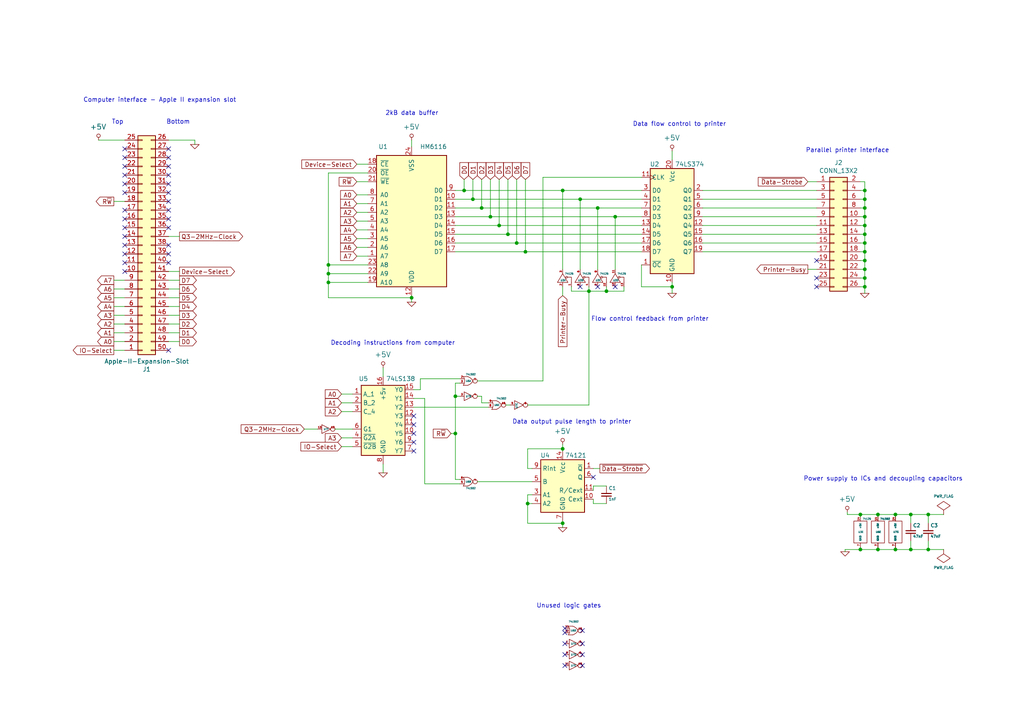
<source format=kicad_sch>
(kicad_sch (version 20211123) (generator eeschema)
  (paper "A4")
  (title_block (title "Apple II Print Buffer") (date "2023-10-18") (company "Benningtons.net"))
  (lib_symbols
    (symbol "Printer-Buffer:+5V" (power) (pin_names (offset 1.016))
      (property "Value" "+5V" (at 0 3.81 0))
      (symbol "+5V_0_0"
        (pin power_in line (at 0 0 90) (length 0) hide (name "+5V") (number "1"))
      )
    )
    (symbol "Printer-Buffer:7404"
      (property "Reference" "U" (at -0.508 0 0))
      (symbol "7404_1_1"
        (pin input line (at -2.54 0 0) (length 1.27) (name "~") (number "1"))
        (pin output inverted (at 2.54 0 180) (length 1.27) (name "~") (number "2"))
      )
      (symbol "7404_1_2"
        (pin input inverted (at -6.35 0 0) (length 7.62) (name "~") (number "1"))
        (pin output inverted (at 7.62 2.54 180) (length 2.4892) (name "~") (number "4"))
      )
      (symbol "7404_2_1"
        (pin input line (at -2.54 0 0) (length 1.27) (name "~") (number "3"))
        (pin output inverted (at 2.54 0 180) (length 1.27) (name "~") (number "4"))
      )
      (symbol "7404_2_2"
        (pin output inverted (at 5.08 0 180) (length 2.4892) (name "~") (number "2"))
        (pin input inverted (at -6.35 0 0) (length 7.62) (name "~") (number "3"))
        (pin output inverted (at 7.62 2.54 180) (length 2.4892) (name "~") (number "4"))
      )
      (symbol "7404_3_1"
        (pin input line (at -2.54 0 0) (length 1.27) (name "~") (number "5"))
        (pin output inverted (at 2.54 0 180) (length 1.27) (name "~") (number "6"))
      )
      (symbol "7404_3_2"
        (pin output inverted (at 5.08 0 180) (length 2.4892) (name "~") (number "2"))
        (pin output inverted (at 7.62 2.54 180) (length 2.4892) (name "~") (number "4"))
        (pin input inverted (at -6.35 0 0) (length 7.62) (name "~") (number "5"))
      )
      (symbol "7404_4_1"
        (pin output inverted (at 2.54 0 180) (length 1.27) (name "~") (number "8"))
        (pin input line (at -2.54 0 0) (length 1.27) (name "~") (number "9"))
      )
      (symbol "7404_4_2"
        (pin output inverted (at 5.08 0 180) (length 2.4892) (name "~") (number "2"))
        (pin output inverted (at 7.62 2.54 180) (length 2.4892) (name "~") (number "4"))
        (pin input inverted (at -6.35 0 0) (length 7.62) (name "~") (number "9"))
      )
      (symbol "7404_5_1"
        (pin output inverted (at 2.54 0 180) (length 1.27) (name "~") (number "10"))
        (pin input line (at -2.54 0 0) (length 1.27) (name "~") (number "11"))
      )
      (symbol "7404_5_2"
        (pin input inverted (at -6.35 0 0) (length 7.62) (name "~") (number "11"))
        (pin output inverted (at 5.08 0 180) (length 2.4892) (name "~") (number "2"))
        (pin output inverted (at 7.62 2.54 180) (length 2.4892) (name "~") (number "4"))
      )
      (symbol "7404_6_1"
        (pin output inverted (at 2.54 0 180) (length 1.27) (name "~") (number "12"))
        (pin input line (at -2.54 0 0) (length 1.27) (name "~") (number "13"))
      )
      (symbol "7404_6_2"
        (pin input inverted (at -6.35 0 0) (length 7.62) (name "~") (number "13"))
        (pin output inverted (at 5.08 0 180) (length 2.4892) (name "~") (number "2"))
        (pin output inverted (at 7.62 2.54 180) (length 2.4892) (name "~") (number "4"))
      )
      (symbol "7404_7_1"
        (pin power_in line (at 0 4.445 270) (length 1.27) (name "+5V") (number "14"))
        (pin power_in line (at 0 -4.445 90) (length 1.27) (name "GND") (number "7"))
      )
      (symbol "7404_7_2"
        (pin input inverted (at -6.35 0 0) (length 7.62) (name "~") (number "1"))
        (pin output inverted (at 7.62 2.54 180) (length 2.4892) (name "~") (number "4"))
      )
    )
    (symbol "Printer-Buffer:74121"
      (property "Reference" "U" (at -5.08 8.89 0))
      (property "Value" "74121" (at 5.08 8.89 0))
      (symbol "74121_1_1"
        (pin output line (at 8.89 5.08 180) (length 2.54) (name "~{Q}") (number "1"))
        (pin passive line (at 8.89 -3.81 180) (length 2.54) (name "Cext") (number "10"))
        (pin passive line (at 8.89 -1.27 180) (length 2.54) (name "R/Cext") (number "11"))
        (pin power_in line (at 0 10.16 270) (length 2.54) (name "Vcc") (number "14"))
        (pin input line (at -8.89 -2.54 0) (length 2.54) (name "A1") (number "3"))
        (pin input line (at -8.89 -5.08 0) (length 2.54) (name "A2") (number "4"))
        (pin input line (at -8.89 1.27 0) (length 2.54) (name "B") (number "5"))
        (pin output line (at 8.89 2.54 180) (length 2.54) (name "Q") (number "6"))
        (pin power_in line (at 0 -10.16 90) (length 2.54) (name "GND") (number "7"))
        (pin passive line (at -8.89 5.08 0) (length 2.54) (name "Rint") (number "9"))
      )
    )
    (symbol "Printer-Buffer:74125"
      (property "Reference" "U" (at 0 0 0))
      (property "Value" "74125" (at 0 0.635 0))
      (symbol "74125_1_0"
        (pin input line (at -2.54 0 0) (length 1.27) (name "~") (number "2"))
        (pin tri_state line (at 2.54 0 180) (length 1.27) (name "~") (number "3"))
      )
      (symbol "74125_1_1"
        (pin input line (at -2.54 2.54 0) (length 1.27) (name "~") (number "1"))
      )
      (symbol "74125_1_2"
        (pin input inverted (at -6.35 0 0) (length 7.62) (name "~") (number "1"))
      )
      (symbol "74125_2_1"
        (pin input line (at -2.54 2.54 0) (length 1.27) (name "~") (number "4"))
        (pin input line (at -2.54 0 0) (length 1.27) (name "~") (number "5"))
        (pin tri_state line (at 2.54 0 180) (length 1.27) (name "~") (number "6"))
      )
      (symbol "74125_2_2"
        (pin input inverted (at -6.35 0 0) (length 7.62) (name "~") (number "3"))
      )
      (symbol "74125_3_0"
        (pin tri_state line (at 2.54 0 180) (length 1.27) (name "~") (number "8"))
      )
      (symbol "74125_3_1"
        (pin input line (at -2.54 2.54 0) (length 1.27) (name "~") (number "10"))
        (pin input line (at -2.54 0 0) (length 1.27) (name "~") (number "9"))
      )
      (symbol "74125_3_2"
        (pin input inverted (at -6.35 0 0) (length 7.62) (name "~") (number "5"))
      )
      (symbol "74125_4_1"
        (pin tri_state line (at 2.54 0 180) (length 1.27) (name "~") (number "11"))
        (pin input line (at -2.54 0 0) (length 1.27) (name "~") (number "12"))
        (pin input line (at -2.54 2.54 0) (length 1.27) (name "~") (number "13"))
      )
      (symbol "74125_4_2"
        (pin input inverted (at -6.35 0 0) (length 7.62) (name "~") (number "9"))
      )
      (symbol "74125_5_1"
        (pin power_in line (at 0 4.445 270) (length 1.27) (name "+5V") (number "14"))
        (pin power_in line (at 0 -4.445 90) (length 1.27) (name "GND") (number "7"))
      )
      (symbol "74125_5_2"
        (pin input inverted (at -6.35 0 0) (length 7.62) (name "~") (number "11"))
      )
    )
    (symbol "Printer-Buffer:74LS02"
      (property "Reference" "U" (at 0 0 0))
      (property "Value" "74LS02" (at 0 0.635 0))
      (symbol "74LS02_1_0"
        (pin output inverted (at 2.54 0 180) (length 1.27) (name "~") (number "1"))
        (pin input line (at -2.54 -0.635 0) (length 1.27) (name "~") (number "3"))
      )
      (symbol "74LS02_1_1"
        (pin input line (at -2.54 0.635 0) (length 1.27) (name "~") (number "2"))
      )
      (symbol "74LS02_1_2"
        (pin input inverted (at -6.35 0 0) (length 7.62) (name "~") (number "1"))
      )
      (symbol "74LS02_2_1"
        (pin output inverted (at 2.54 0 180) (length 1.27) (name "~") (number "4"))
        (pin input line (at -2.54 0.635 0) (length 1.27) (name "~") (number "5"))
        (pin input line (at -2.54 -0.635 0) (length 1.27) (name "~") (number "6"))
      )
      (symbol "74LS02_2_2"
        (pin input inverted (at -6.35 0 0) (length 7.62) (name "~") (number "3"))
      )
      (symbol "74LS02_3_0"
        (pin output inverted (at 2.54 0 180) (length 1.27) (name "~") (number "10"))
      )
      (symbol "74LS02_3_1"
        (pin input line (at -2.54 0.635 0) (length 1.27) (name "~") (number "8"))
        (pin input line (at -2.54 -0.635 0) (length 1.27) (name "~") (number "9"))
      )
      (symbol "74LS02_3_2"
        (pin input inverted (at -6.35 0 0) (length 7.62) (name "~") (number "5"))
      )
      (symbol "74LS02_4_1"
        (pin input line (at -2.54 0.635 0) (length 1.27) (name "~") (number "11"))
        (pin input line (at -2.54 -0.635 0) (length 1.27) (name "~") (number "12"))
        (pin output inverted (at 2.54 0 180) (length 1.27) (name "~") (number "13"))
      )
      (symbol "74LS02_4_2"
        (pin input inverted (at -6.35 0 0) (length 7.62) (name "~") (number "9"))
      )
      (symbol "74LS02_5_1"
        (pin power_in line (at 0 4.445 270) (length 1.27) (name "+5V") (number "14"))
        (pin power_in line (at 0 -4.445 90) (length 1.27) (name "GND") (number "7"))
      )
      (symbol "74LS02_5_2"
        (pin input inverted (at -6.35 0 0) (length 7.62) (name "~") (number "11"))
      )
    )
    (symbol "Printer-Buffer:74LS138"
      (property "Reference" "U" (at -5.08 11.43 0))
      (property "Value" "74LS138" (at 5.08 11.43 0))
      (symbol "74LS138_1_1"
        (pin input line (at -8.89 7.62 0) (length 2.54) (name "A_1") (number "1"))
        (pin output line (at 8.89 -3.81 180) (length 2.54) (name "Y5") (number "10"))
        (pin output line (at 8.89 -1.27 180) (length 2.54) (name "Y4") (number "11"))
        (pin output line (at 8.89 1.27 180) (length 2.54) (name "Y3") (number "12"))
        (pin output line (at 8.89 3.81 180) (length 2.54) (name "Y2") (number "13"))
        (pin output line (at 8.89 6.35 180) (length 2.54) (name "Y1") (number "14"))
        (pin output line (at 8.89 8.89 180) (length 2.54) (name "Y0") (number "15"))
        (pin power_in line (at 0 12.7 270) (length 2.54) (name "+5v") (number "16"))
        (pin input line (at -8.89 5.08 0) (length 2.54) (name "B_2") (number "2"))
        (pin input line (at -8.89 2.54 0) (length 2.54) (name "C_4") (number "3"))
        (pin input line (at -8.89 -5.08 0) (length 2.54) (name "~{G2A}") (number "4"))
        (pin input line (at -8.89 -7.62 0) (length 2.54) (name "~{G2B}") (number "5"))
        (pin input line (at -8.89 -2.54 0) (length 2.54) (name "G1") (number "6"))
        (pin output line (at 8.89 -8.89 180) (length 2.54) (name "Y7") (number "7"))
        (pin power_in line (at 0 -12.7 90) (length 2.54) (name "GND") (number "8"))
        (pin output line (at 8.89 -6.35 180) (length 2.54) (name "Y6") (number "9"))
      )
    )
    (symbol "Printer-Buffer:74LS374"
      (property "Reference" "U" (at -5.08 16.51 0))
      (property "Value" "74LS374" (at 5.08 16.51 0))
      (symbol "74LS374_1_1"
        (pin input line (at -8.89 -12.7 0) (length 2.54) (name "~{OC}") (number "1"))
        (pin power_in line (at 0 -17.78 90) (length 2.54) (name "GND") (number "10"))
        (pin input clock (at -8.89 12.7 0) (length 2.54) (name "CLK") (number "11"))
        (pin output line (at 8.89 -1.27 180) (length 2.54) (name "Q4") (number "12"))
        (pin input line (at -8.89 -1.27 0) (length 2.54) (name "D4") (number "13"))
        (pin input line (at -8.89 -3.81 0) (length 2.54) (name "D5") (number "14"))
        (pin output line (at 8.89 -3.81 180) (length 2.54) (name "Q5") (number "15"))
        (pin output line (at 8.89 -6.35 180) (length 2.54) (name "Q6") (number "16"))
        (pin input line (at -8.89 -6.35 0) (length 2.54) (name "D6") (number "17"))
        (pin input line (at -8.89 -8.89 0) (length 2.54) (name "D7") (number "18"))
        (pin output line (at 8.89 -8.89 180) (length 2.54) (name "Q7") (number "19"))
        (pin output line (at 8.89 8.89 180) (length 2.54) (name "Q0") (number "2"))
        (pin power_in line (at 0 17.78 270) (length 2.54) (name "Vcc") (number "20"))
        (pin input line (at -8.89 8.89 0) (length 2.54) (name "D0") (number "3"))
        (pin input line (at -8.89 6.35 0) (length 2.54) (name "D1") (number "4"))
        (pin output line (at 8.89 6.35 180) (length 2.54) (name "Q1") (number "5"))
        (pin output line (at 8.89 3.81 180) (length 2.54) (name "Q2") (number "6"))
        (pin input line (at -8.89 3.81 0) (length 2.54) (name "D2") (number "7"))
        (pin input line (at -8.89 1.27 0) (length 2.54) (name "D3") (number "8"))
        (pin output line (at 8.89 1.27 180) (length 2.54) (name "Q3") (number "9"))
      )
    )
    (symbol "Printer-Buffer:C" (pin_numbers hide) (pin_names (offset 0.254))
      (property "Reference" "C" (at 1.27 1.27 0))
      (symbol "C_1_1"
        (pin passive line (at 0 2.54 270) (length 2.0066) (name "~") (number "1"))
        (pin passive line (at 0 -2.54 90) (length 2.0066) (name "~") (number "2"))
      )
    )
    (symbol "Printer-Buffer:CONN_13X2" (pin_names (offset 1.016) hide)
      (property "Reference" "J" (at 0 17.78 0))
      (property "Value" "CONN_13X2" (at -1.27 -19.05 0))
      (symbol "CONN_13X2_1_1"
        (pin passive line (at -6.35 15.24 0) (length 3.81) (name "~") (number "1"))
        (pin passive line (at 6.35 5.08 180) (length 3.81) (name "~") (number "10"))
        (pin passive line (at -6.35 2.54 0) (length 3.81) (name "~") (number "11"))
        (pin passive line (at 6.35 2.54 180) (length 3.81) (name "~") (number "12"))
        (pin passive line (at -6.35 0 0) (length 3.81) (name "~") (number "13"))
        (pin passive line (at 6.35 0 180) (length 3.81) (name "~") (number "14"))
        (pin passive line (at -6.35 -2.54 0) (length 3.81) (name "~") (number "15"))
        (pin passive line (at 6.35 -2.54 180) (length 3.81) (name "~") (number "16"))
        (pin passive line (at -6.35 -5.08 0) (length 3.81) (name "~") (number "17"))
        (pin passive line (at 6.35 -5.08 180) (length 3.81) (name "~") (number "18"))
        (pin passive line (at -6.35 -7.62 0) (length 3.81) (name "~") (number "19"))
        (pin passive line (at 6.35 15.24 180) (length 3.81) (name "~") (number "2"))
        (pin passive line (at 6.35 -7.62 180) (length 3.81) (name "~") (number "20"))
        (pin passive line (at -6.35 -10.16 0) (length 3.81) (name "~") (number "21"))
        (pin passive line (at 6.35 -10.16 180) (length 3.81) (name "~") (number "22"))
        (pin passive line (at -6.35 -12.7 0) (length 3.81) (name "~") (number "23"))
        (pin passive line (at 6.35 -12.7 180) (length 3.81) (name "~") (number "24"))
        (pin passive line (at -6.35 -15.24 0) (length 3.81) (name "~") (number "25"))
        (pin passive line (at 6.35 -15.24 180) (length 3.81) (name "~") (number "26"))
        (pin passive line (at -6.35 12.7 0) (length 3.81) (name "~") (number "3"))
        (pin passive line (at 6.35 12.7 180) (length 3.81) (name "~") (number "4"))
        (pin passive line (at -6.35 10.16 0) (length 3.81) (name "~") (number "5"))
        (pin passive line (at 6.35 10.16 180) (length 3.81) (name "~") (number "6"))
        (pin passive line (at -6.35 7.62 0) (length 3.81) (name "~") (number "7"))
        (pin passive line (at 6.35 7.62 180) (length 3.81) (name "~") (number "8"))
        (pin passive line (at -6.35 5.08 0) (length 3.81) (name "~") (number "9"))
      )
    )
    (symbol "Printer-Buffer:CONN_25X2" (pin_names (offset 1.016) hide)
      (property "Reference" "J" (at 0 33.02 0))
      (property "Value" "CONN_25X2" (at 0 -34.29 0))
      (symbol "CONN_25X2_1_1"
        (pin passive line (at -6.35 30.48 0) (length 3.81) (name "~") (number "1"))
        (pin passive line (at -6.35 7.62 0) (length 3.81) (name "~") (number "10"))
        (pin passive line (at -6.35 5.08 0) (length 3.81) (name "~") (number "11"))
        (pin passive line (at -6.35 2.54 0) (length 3.81) (name "~") (number "12"))
        (pin passive line (at -6.35 0 0) (length 3.81) (name "~") (number "13"))
        (pin passive line (at -6.35 -2.54 0) (length 3.81) (name "~") (number "14"))
        (pin passive line (at -6.35 -5.08 0) (length 3.81) (name "~") (number "15"))
        (pin passive line (at -6.35 -7.62 0) (length 3.81) (name "~") (number "16"))
        (pin passive line (at -6.35 -10.16 0) (length 3.81) (name "~") (number "17"))
        (pin passive line (at -6.35 -12.7 0) (length 3.81) (name "~") (number "18"))
        (pin passive line (at -6.35 -15.24 0) (length 3.81) (name "~") (number "19"))
        (pin passive line (at -6.35 27.94 0) (length 3.81) (name "~") (number "2"))
        (pin passive line (at -6.35 -17.78 0) (length 3.81) (name "~") (number "20"))
        (pin passive line (at -6.35 -20.32 0) (length 3.81) (name "~") (number "21"))
        (pin passive line (at -6.35 -22.86 0) (length 3.81) (name "~") (number "22"))
        (pin passive line (at -6.35 -25.4 0) (length 3.81) (name "~") (number "23"))
        (pin passive line (at -6.35 -27.94 0) (length 3.81) (name "~") (number "24"))
        (pin passive line (at -6.35 -30.48 0) (length 3.81) (name "~") (number "25"))
        (pin passive line (at 6.35 -30.48 180) (length 3.81) (name "~") (number "26"))
        (pin passive line (at 6.35 -27.94 180) (length 3.81) (name "~") (number "27"))
        (pin passive line (at 6.35 -25.4 180) (length 3.81) (name "~") (number "28"))
        (pin passive line (at 6.35 -22.86 180) (length 3.81) (name "~") (number "29"))
        (pin passive line (at -6.35 25.4 0) (length 3.81) (name "~") (number "3"))
        (pin passive line (at 6.35 -20.32 180) (length 3.81) (name "~") (number "30"))
        (pin passive line (at 6.35 -17.78 180) (length 3.81) (name "~") (number "31"))
        (pin passive line (at 6.35 -15.24 180) (length 3.81) (name "~") (number "32"))
        (pin passive line (at 6.35 -12.7 180) (length 3.81) (name "~") (number "33"))
        (pin passive line (at 6.35 -10.16 180) (length 3.81) (name "~") (number "34"))
        (pin passive line (at 6.35 -7.62 180) (length 3.81) (name "~") (number "35"))
        (pin passive line (at 6.35 -5.08 180) (length 3.81) (name "~") (number "36"))
        (pin passive line (at 6.35 -2.54 180) (length 3.81) (name "~") (number "37"))
        (pin passive line (at 6.35 0 180) (length 3.81) (name "~") (number "38"))
        (pin passive line (at 6.35 2.54 180) (length 3.81) (name "~") (number "39"))
        (pin passive line (at -6.35 22.86 0) (length 3.81) (name "~") (number "4"))
        (pin passive line (at 6.35 5.08 180) (length 3.81) (name "~") (number "40"))
        (pin passive line (at 6.35 7.62 180) (length 3.81) (name "~") (number "41"))
        (pin passive line (at 6.35 10.16 180) (length 3.81) (name "~") (number "42"))
        (pin passive line (at 6.35 12.7 180) (length 3.81) (name "~") (number "43"))
        (pin passive line (at 6.35 15.24 180) (length 3.81) (name "~") (number "44"))
        (pin passive line (at 6.35 17.78 180) (length 3.81) (name "~") (number "45"))
        (pin passive line (at 6.35 20.32 180) (length 3.81) (name "~") (number "46"))
        (pin passive line (at 6.35 22.86 180) (length 3.81) (name "~") (number "47"))
        (pin passive line (at 6.35 25.4 180) (length 3.81) (name "~") (number "48"))
        (pin passive line (at 6.35 27.94 180) (length 3.81) (name "~") (number "49"))
        (pin passive line (at -6.35 20.32 0) (length 3.81) (name "~") (number "5"))
        (pin passive line (at 6.35 30.48 180) (length 3.81) (name "~") (number "50"))
        (pin passive line (at -6.35 17.78 0) (length 3.81) (name "~") (number "6"))
        (pin passive line (at -6.35 15.24 0) (length 3.81) (name "~") (number "7"))
        (pin passive line (at -6.35 12.7 0) (length 3.81) (name "~") (number "8"))
        (pin passive line (at -6.35 10.16 0) (length 3.81) (name "~") (number "9"))
      )
    )
    (symbol "Printer-Buffer:GND" (power) (pin_names (offset 0))
      (symbol "GND_1_1"
        (pin power_in line (at 0 0 90) (length 0) hide (name "GND") (number "1"))
      )
    )
    (symbol "Printer-Buffer:HM6116" (pin_names (offset 1.016))
      (property "Reference" "U" (at -8.89 21.59 0))
      (property "Value" "HM6116" (at 8.382 21.844 0))
      (symbol "HM6116_1_1"
        (pin input line (at -12.7 -10.16 0) (length 2.54) (name "A7") (number "1"))
        (pin tri_state line (at 12.7 6.35 180) (length 2.54) (name "D1") (number "10"))
        (pin tri_state line (at 12.7 3.81 180) (length 2.54) (name "D2") (number "11"))
        (pin power_in line (at 0 -21.59 90) (length 2.54) (name "VDD") (number "12"))
        (pin tri_state line (at 12.7 1.27 180) (length 2.54) (name "D3") (number "13"))
        (pin tri_state line (at 12.7 -1.27 180) (length 2.54) (name "D4") (number "14"))
        (pin tri_state line (at 12.7 -3.81 180) (length 2.54) (name "D5") (number "15"))
        (pin tri_state line (at 12.7 -6.35 180) (length 2.54) (name "D6") (number "16"))
        (pin tri_state line (at 12.7 -8.89 180) (length 2.54) (name "D7") (number "17"))
        (pin input line (at -12.7 16.51 0) (length 2.54) (name "~{CE}") (number "18"))
        (pin input line (at -12.7 -17.78 0) (length 2.54) (name "A10") (number "19"))
        (pin input line (at -12.7 -7.62 0) (length 2.54) (name "A6") (number "2"))
        (pin input line (at -12.7 13.97 0) (length 2.54) (name "~{OE}") (number "20"))
        (pin input line (at -12.7 11.43 0) (length 2.54) (name "~{WE}") (number "21"))
        (pin input line (at -12.7 -15.24 0) (length 2.54) (name "A9") (number "22"))
        (pin input line (at -12.7 -12.7 0) (length 2.54) (name "A8") (number "23"))
        (pin power_in line (at 0 21.59 270) (length 2.54) (name "VSS") (number "24"))
        (pin input line (at -12.7 -5.08 0) (length 2.54) (name "A5") (number "3"))
        (pin input line (at -12.7 -2.54 0) (length 2.54) (name "A4") (number "4"))
        (pin input line (at -12.7 0 0) (length 2.54) (name "A3") (number "5"))
        (pin input line (at -12.7 2.54 0) (length 2.54) (name "A2") (number "6"))
        (pin input line (at -12.7 5.08 0) (length 2.54) (name "A1") (number "7"))
        (pin input line (at -12.7 7.62 0) (length 2.54) (name "A0") (number "8"))
        (pin tri_state line (at 12.7 8.89 180) (length 2.54) (name "D0") (number "9"))
      )
    )
    (symbol "Printer-Buffer:PWR_FLAG" (power) (pin_numbers hide) (pin_names (offset 0) hide)
      (property "Value" "PWR_FLAG" (at 0 4.572 0))
      (symbol "PWR_FLAG_0_0"
        (pin power_out line (at 0 0 90) (length 0) (name "pwr") (number "1"))
      )
    )
  )
  (junction (at 95.25 81.915))
  (junction (at 132.08 114.935))
  (junction (at 95.25 76.835))
  (junction (at 178.435 62.865))
  (junction (at 144.78 65.405))
  (junction (at 250.825 83.185))
  (junction (at 250.825 62.865))
  (junction (at 250.825 70.485))
  (junction (at 137.16 57.785))
  (junction (at 250.825 67.945))
  (junction (at 250.825 60.325))
  (junction (at 149.86 70.485))
  (junction (at 119.38 86.36))
  (junction (at 170.815 84.455))
  (junction (at 142.24 62.865))
  (junction (at 250.825 65.405))
  (junction (at 269.24 159.385))
  (junction (at 134.62 55.245))
  (junction (at 153.035 146.05))
  (junction (at 250.825 55.245))
  (junction (at 264.16 159.385))
  (junction (at 254.635 149.225))
  (junction (at 163.195 151.765))
  (junction (at 249.555 159.385))
  (junction (at 250.825 80.645))
  (junction (at 269.24 149.225))
  (junction (at 264.16 149.225))
  (junction (at 175.895 84.455))
  (junction (at 139.7 60.325))
  (junction (at 249.555 149.225))
  (junction (at 132.08 125.73))
  (junction (at 163.195 55.245))
  (junction (at 250.825 75.565))
  (junction (at 250.825 78.105))
  (junction (at 254.635 159.385))
  (junction (at 250.825 57.785))
  (junction (at 259.715 149.225))
  (junction (at 147.32 67.945))
  (junction (at 152.4 73.025))
  (junction (at 250.825 73.025))
  (junction (at 259.715 159.385))
  (junction (at 95.25 79.375))
  (junction (at 194.945 83.185))
  (junction (at 173.355 60.325))
  (junction (at 163.195 130.175))
  (junction (at 168.275 57.785))
  (no_connect (at 48.895 58.42))
  (no_connect (at 48.895 43.18))
  (no_connect (at 236.855 80.645))
  (no_connect (at 120.015 120.65))
  (no_connect (at 36.195 68.58))
  (no_connect (at 48.895 101.6))
  (no_connect (at 36.195 50.8))
  (no_connect (at 120.015 123.19))
  (no_connect (at 36.195 73.66))
  (no_connect (at 36.195 55.88))
  (no_connect (at 48.895 63.5))
  (no_connect (at 36.195 43.18))
  (no_connect (at 168.91 186.69))
  (no_connect (at 168.91 182.88))
  (no_connect (at 48.895 76.2))
  (no_connect (at 36.195 53.34))
  (no_connect (at 168.91 193.04))
  (no_connect (at 36.195 60.96))
  (no_connect (at 172.085 138.43))
  (no_connect (at 120.015 128.27))
  (no_connect (at 163.83 189.865))
  (no_connect (at 163.83 186.69))
  (no_connect (at 48.895 60.96))
  (no_connect (at 120.015 125.73))
  (no_connect (at 36.195 63.5))
  (no_connect (at 168.91 189.865))
  (no_connect (at 36.195 71.12))
  (no_connect (at 48.895 45.72))
  (no_connect (at 236.855 75.565))
  (no_connect (at 120.015 130.81))
  (no_connect (at 36.195 78.74))
  (no_connect (at 36.195 45.72))
  (no_connect (at 48.895 55.88))
  (no_connect (at 48.895 71.12))
  (no_connect (at 173.355 83.185))
  (no_connect (at 48.895 73.66))
  (no_connect (at 236.855 83.185))
  (no_connect (at 36.195 48.26))
  (no_connect (at 178.435 83.185))
  (no_connect (at 48.895 50.8))
  (no_connect (at 163.83 193.04))
  (no_connect (at 48.895 66.04))
  (no_connect (at 163.83 182.245))
  (no_connect (at 48.895 48.26))
  (no_connect (at 163.83 183.515))
  (no_connect (at 36.195 76.2))
  (no_connect (at 168.275 83.185))
  (no_connect (at 36.195 66.04))
  (no_connect (at 48.895 53.34))
  (wire (pts (xy 249.555 149.225) (xy 254.635 149.225)))
  (wire (pts (xy 194.945 43.815) (xy 194.945 46.355)))
  (wire (pts (xy 249.555 60.325) (xy 250.825 60.325)))
  (wire (pts (xy 111.125 134.62) (xy 111.125 137.16)))
  (wire (pts (xy 149.86 70.485) (xy 186.055 70.485)))
  (wire (pts (xy 170.815 84.455) (xy 170.815 117.475)))
  (wire (pts (xy 175.895 83.185) (xy 175.895 84.455)))
  (wire (pts (xy 163.195 151.765) (xy 163.195 151.13)))
  (wire (pts (xy 153.035 151.765) (xy 163.195 151.765)))
  (wire (pts (xy 203.835 70.485) (xy 236.855 70.485)))
  (wire (pts (xy 132.08 139.065) (xy 133.35 139.065)))
  (wire (pts (xy 194.945 83.185) (xy 194.945 85.09)))
  (wire (pts (xy 132.08 114.935) (xy 132.08 125.73)))
  (wire (pts (xy 106.68 81.915) (xy 95.25 81.915)))
  (wire (pts (xy 249.555 52.705) (xy 250.825 52.705)))
  (wire (pts (xy 165.735 83.185) (xy 165.735 84.455)))
  (wire (pts (xy 139.7 114.935) (xy 138.43 114.935)))
  (wire (pts (xy 111.125 109.22) (xy 111.125 106.68)))
  (wire (pts (xy 132.08 57.785) (xy 137.16 57.785)))
  (wire (pts (xy 203.835 57.785) (xy 236.855 57.785)))
  (wire (pts (xy 33.02 91.44) (xy 36.195 91.44)))
  (wire (pts (xy 33.02 81.28) (xy 36.195 81.28)))
  (wire (pts (xy 269.24 156.845) (xy 269.24 159.385)))
  (wire (pts (xy 173.355 60.325) (xy 173.355 78.105)))
  (wire (pts (xy 103.505 52.705) (xy 106.68 52.705)))
  (wire (pts (xy 134.62 55.245) (xy 163.195 55.245)))
  (wire (pts (xy 132.08 67.945) (xy 147.32 67.945)))
  (wire (pts (xy 33.02 83.82) (xy 36.195 83.82)))
  (wire (pts (xy 139.7 52.07) (xy 139.7 60.325)))
  (wire (pts (xy 106.68 79.375) (xy 95.25 79.375)))
  (wire (pts (xy 175.895 84.455) (xy 180.975 84.455)))
  (wire (pts (xy 153.035 135.89) (xy 153.035 130.175)))
  (wire (pts (xy 33.02 96.52) (xy 36.195 96.52)))
  (wire (pts (xy 250.825 83.185) (xy 250.825 85.09)))
  (wire (pts (xy 141.605 118.11) (xy 120.015 118.11)))
  (wire (pts (xy 172.085 146.05) (xy 175.895 146.05)))
  (wire (pts (xy 259.715 158.75) (xy 259.715 159.385)))
  (wire (pts (xy 154.305 146.05) (xy 153.035 146.05)))
  (wire (pts (xy 123.19 140.335) (xy 133.35 140.335)))
  (wire (pts (xy 48.895 86.36) (xy 52.07 86.36)))
  (wire (pts (xy 249.555 83.185) (xy 250.825 83.185)))
  (wire (pts (xy 99.06 119.38) (xy 102.235 119.38)))
  (wire (pts (xy 48.895 93.98) (xy 52.07 93.98)))
  (wire (pts (xy 259.715 149.225) (xy 264.16 149.225)))
  (wire (pts (xy 48.895 83.82) (xy 52.07 83.82)))
  (wire (pts (xy 168.275 57.785) (xy 168.275 78.105)))
  (wire (pts (xy 250.825 67.945) (xy 250.825 70.485)))
  (wire (pts (xy 48.895 99.06) (xy 52.07 99.06)))
  (wire (pts (xy 144.78 65.405) (xy 186.055 65.405)))
  (wire (pts (xy 152.4 52.07) (xy 152.4 73.025)))
  (wire (pts (xy 259.715 159.385) (xy 264.16 159.385)))
  (wire (pts (xy 264.16 159.385) (xy 269.24 159.385)))
  (wire (pts (xy 139.7 60.325) (xy 173.355 60.325)))
  (wire (pts (xy 144.78 52.07) (xy 144.78 65.405)))
  (wire (pts (xy 33.02 99.06) (xy 36.195 99.06)))
  (wire (pts (xy 249.555 75.565) (xy 250.825 75.565)))
  (wire (pts (xy 154.305 143.51) (xy 153.035 143.51)))
  (wire (pts (xy 245.745 149.225) (xy 249.555 149.225)))
  (wire (pts (xy 203.835 65.405) (xy 236.855 65.405)))
  (wire (pts (xy 121.92 109.855) (xy 121.92 113.03)))
  (wire (pts (xy 139.7 116.84) (xy 141.605 116.84)))
  (wire (pts (xy 95.25 86.36) (xy 95.25 81.915)))
  (wire (pts (xy 103.505 61.595) (xy 106.68 61.595)))
  (wire (pts (xy 249.555 65.405) (xy 250.825 65.405)))
  (wire (pts (xy 139.7 114.935) (xy 139.7 116.84)))
  (wire (pts (xy 103.505 47.625) (xy 106.68 47.625)))
  (wire (pts (xy 119.38 86.36) (xy 119.38 87.63)))
  (wire (pts (xy 264.16 151.765) (xy 264.16 149.225)))
  (wire (pts (xy 132.08 70.485) (xy 149.86 70.485)))
  (wire (pts (xy 153.035 130.175) (xy 163.195 130.175)))
  (wire (pts (xy 249.555 57.785) (xy 250.825 57.785)))
  (wire (pts (xy 132.08 55.245) (xy 134.62 55.245)))
  (wire (pts (xy 254.635 158.75) (xy 254.635 159.385)))
  (wire (pts (xy 132.08 125.73) (xy 132.08 139.065)))
  (wire (pts (xy 157.48 110.49) (xy 157.48 51.435)))
  (wire (pts (xy 178.435 62.865) (xy 178.435 78.105)))
  (wire (pts (xy 250.825 60.325) (xy 250.825 62.865)))
  (wire (pts (xy 137.16 57.785) (xy 168.275 57.785)))
  (wire (pts (xy 249.555 55.245) (xy 250.825 55.245)))
  (wire (pts (xy 99.06 116.84) (xy 102.235 116.84)))
  (wire (pts (xy 245.745 148.59) (xy 245.745 149.225)))
  (wire (pts (xy 97.155 124.46) (xy 102.235 124.46)))
  (wire (pts (xy 163.195 153.035) (xy 163.195 151.765)))
  (wire (pts (xy 249.555 159.385) (xy 254.635 159.385)))
  (wire (pts (xy 142.24 52.07) (xy 142.24 62.865)))
  (wire (pts (xy 152.4 73.025) (xy 186.055 73.025)))
  (wire (pts (xy 119.38 85.725) (xy 119.38 86.36)))
  (wire (pts (xy 203.835 55.245) (xy 236.855 55.245)))
  (wire (pts (xy 254.635 159.385) (xy 259.715 159.385)))
  (wire (pts (xy 95.25 50.165) (xy 95.25 76.835)))
  (wire (pts (xy 103.505 71.755) (xy 106.68 71.755)))
  (wire (pts (xy 132.08 114.935) (xy 133.35 114.935)))
  (wire (pts (xy 249.555 70.485) (xy 250.825 70.485)))
  (wire (pts (xy 142.24 62.865) (xy 178.435 62.865)))
  (wire (pts (xy 163.195 55.245) (xy 186.055 55.245)))
  (wire (pts (xy 95.25 86.36) (xy 119.38 86.36)))
  (wire (pts (xy 163.195 130.175) (xy 163.195 130.81)))
  (wire (pts (xy 147.32 52.07) (xy 147.32 67.945)))
  (wire (pts (xy 132.08 60.325) (xy 139.7 60.325)))
  (wire (pts (xy 33.02 93.98) (xy 36.195 93.98)))
  (wire (pts (xy 245.11 160.02) (xy 245.11 159.385)))
  (wire (pts (xy 264.16 156.845) (xy 264.16 159.385)))
  (wire (pts (xy 103.505 69.215) (xy 106.68 69.215)))
  (wire (pts (xy 157.48 51.435) (xy 186.055 51.435)))
  (wire (pts (xy 95.25 50.165) (xy 106.68 50.165)))
  (wire (pts (xy 33.02 86.36) (xy 36.195 86.36)))
  (wire (pts (xy 138.43 110.49) (xy 157.48 110.49)))
  (wire (pts (xy 254.635 149.86) (xy 254.635 149.225)))
  (wire (pts (xy 172.085 140.97) (xy 175.895 140.97)))
  (wire (pts (xy 250.825 55.245) (xy 250.825 57.785)))
  (wire (pts (xy 254.635 149.225) (xy 259.715 149.225)))
  (wire (pts (xy 99.06 129.54) (xy 102.235 129.54)))
  (wire (pts (xy 146.685 117.475) (xy 147.955 117.475)))
  (wire (pts (xy 103.505 74.295) (xy 106.68 74.295)))
  (wire (pts (xy 95.25 81.915) (xy 95.25 79.375)))
  (wire (pts (xy 245.11 159.385) (xy 249.555 159.385)))
  (wire (pts (xy 250.825 80.645) (xy 250.825 83.185)))
  (wire (pts (xy 103.505 64.135) (xy 106.68 64.135)))
  (wire (pts (xy 130.81 125.73) (xy 132.08 125.73)))
  (wire (pts (xy 48.895 96.52) (xy 52.07 96.52)))
  (wire (pts (xy 48.895 81.28) (xy 52.07 81.28)))
  (wire (pts (xy 186.055 76.835) (xy 186.055 83.185)))
  (wire (pts (xy 173.355 60.325) (xy 186.055 60.325)))
  (wire (pts (xy 163.195 83.185) (xy 163.195 85.725)))
  (wire (pts (xy 48.895 78.74) (xy 52.07 78.74)))
  (wire (pts (xy 203.835 60.325) (xy 236.855 60.325)))
  (wire (pts (xy 48.895 88.9) (xy 52.07 88.9)))
  (wire (pts (xy 250.825 73.025) (xy 250.825 75.565)))
  (wire (pts (xy 48.895 91.44) (xy 52.07 91.44)))
  (wire (pts (xy 186.055 83.185) (xy 194.945 83.185)))
  (wire (pts (xy 264.16 149.225) (xy 269.24 149.225)))
  (wire (pts (xy 132.08 111.125) (xy 132.08 114.935)))
  (wire (pts (xy 180.975 84.455) (xy 180.975 83.185)))
  (wire (pts (xy 170.815 84.455) (xy 175.895 84.455)))
  (wire (pts (xy 132.08 62.865) (xy 142.24 62.865)))
  (wire (pts (xy 95.25 76.835) (xy 95.25 79.375)))
  (wire (pts (xy 249.555 67.945) (xy 250.825 67.945)))
  (wire (pts (xy 137.16 52.07) (xy 137.16 57.785)))
  (wire (pts (xy 172.085 142.24) (xy 172.085 140.97)))
  (wire (pts (xy 95.25 76.835) (xy 106.68 76.835)))
  (wire (pts (xy 99.06 114.3) (xy 102.235 114.3)))
  (wire (pts (xy 102.235 127) (xy 99.06 127)))
  (wire (pts (xy 165.735 84.455) (xy 170.815 84.455)))
  (wire (pts (xy 33.02 101.6) (xy 36.195 101.6)))
  (wire (pts (xy 48.895 40.64) (xy 56.515 40.64)))
  (wire (pts (xy 33.02 58.42) (xy 36.195 58.42)))
  (wire (pts (xy 138.43 139.7) (xy 154.305 139.7)))
  (wire (pts (xy 153.035 143.51) (xy 153.035 146.05)))
  (wire (pts (xy 269.24 149.225) (xy 273.685 149.225)))
  (wire (pts (xy 250.825 57.785) (xy 250.825 60.325)))
  (wire (pts (xy 103.505 56.515) (xy 106.68 56.515)))
  (wire (pts (xy 133.35 111.125) (xy 132.08 111.125)))
  (wire (pts (xy 153.035 117.475) (xy 170.815 117.475)))
  (wire (pts (xy 170.815 83.185) (xy 170.815 84.455)))
  (wire (pts (xy 120.015 115.57) (xy 123.19 115.57)))
  (wire (pts (xy 133.35 109.855) (xy 121.92 109.855)))
  (wire (pts (xy 250.825 52.705) (xy 250.825 55.245)))
  (wire (pts (xy 149.86 52.07) (xy 149.86 70.485)))
  (wire (pts (xy 147.32 67.945) (xy 186.055 67.945)))
  (wire (pts (xy 48.895 68.58) (xy 52.07 68.58)))
  (wire (pts (xy 249.555 73.025) (xy 250.825 73.025)))
  (wire (pts (xy 36.195 40.64) (xy 28.575 40.64)))
  (wire (pts (xy 121.92 113.03) (xy 120.015 113.03)))
  (wire (pts (xy 132.08 65.405) (xy 144.78 65.405)))
  (wire (pts (xy 119.38 40.64) (xy 119.38 42.545)))
  (wire (pts (xy 172.085 135.89) (xy 173.99 135.89)))
  (wire (pts (xy 178.435 62.865) (xy 186.055 62.865)))
  (wire (pts (xy 259.715 149.86) (xy 259.715 149.225)))
  (wire (pts (xy 250.825 62.865) (xy 250.825 65.405)))
  (wire (pts (xy 103.505 66.675) (xy 106.68 66.675)))
  (wire (pts (xy 249.555 80.645) (xy 250.825 80.645)))
  (wire (pts (xy 194.945 81.915) (xy 194.945 83.185)))
  (wire (pts (xy 168.275 57.785) (xy 186.055 57.785)))
  (wire (pts (xy 123.19 115.57) (xy 123.19 140.335)))
  (wire (pts (xy 234.315 52.705) (xy 236.855 52.705)))
  (wire (pts (xy 56.515 40.64) (xy 56.515 41.91)))
  (wire (pts (xy 249.555 62.865) (xy 250.825 62.865)))
  (wire (pts (xy 163.195 128.905) (xy 163.195 130.175)))
  (wire (pts (xy 203.835 73.025) (xy 236.855 73.025)))
  (wire (pts (xy 132.08 73.025) (xy 152.4 73.025)))
  (wire (pts (xy 250.825 65.405) (xy 250.825 67.945)))
  (wire (pts (xy 203.835 67.945) (xy 236.855 67.945)))
  (wire (pts (xy 33.02 88.9) (xy 36.195 88.9)))
  (wire (pts (xy 88.265 124.46) (xy 92.075 124.46)))
  (wire (pts (xy 103.505 59.055) (xy 106.68 59.055)))
  (wire (pts (xy 154.305 135.89) (xy 153.035 135.89)))
  (wire (pts (xy 163.195 55.245) (xy 163.195 78.105)))
  (wire (pts (xy 134.62 52.07) (xy 134.62 55.245)))
  (wire (pts (xy 172.085 144.78) (xy 172.085 146.05)))
  (wire (pts (xy 236.855 78.105) (xy 234.315 78.105)))
  (wire (pts (xy 269.24 159.385) (xy 273.685 159.385)))
  (wire (pts (xy 153.035 146.05) (xy 153.035 151.765)))
  (wire (pts (xy 249.555 78.105) (xy 250.825 78.105)))
  (wire (pts (xy 250.825 78.105) (xy 250.825 80.645)))
  (wire (pts (xy 250.825 75.565) (xy 250.825 78.105)))
  (wire (pts (xy 250.825 70.485) (xy 250.825 73.025)))
  (wire (pts (xy 249.555 159.385) (xy 249.555 158.75)))
  (wire (pts (xy 269.24 151.765) (xy 269.24 149.225)))
  (wire (pts (xy 203.835 62.865) (xy 236.855 62.865)))
  (wire (pts (xy 249.555 149.225) (xy 249.555 149.86)))
  (text "Flow control feedback from printer" (at 171.45 93.345 0) (effects (font (size 1.27 1.27)) (justify left bottom)))
  (text "Decoding instructions from computer" (at 95.885 100.33 0) (effects (font (size 1.27 1.27)) (justify left bottom)))
  (text "2kB data buffer" (at 111.76 33.655 0) (effects (font (size 1.27 1.27)) (justify left bottom)))
  (text "Top             Bottom" (at 32.385 36.195 0) (effects (font (size 1.27 1.27)) (justify left bottom)))
  (text "Power supply to ICs and decoupling capacitors" (at 233.045 139.7 0) (effects (font (size 1.27 1.27)) (justify left bottom)))
  (text "Computer interface - Apple II expansion slot" (at 24.13 29.845 0) (effects (font (size 1.27 1.27)) (justify left bottom)))
  (text "Unused logic gates" (at 155.575 176.53 0) (effects (font (size 1.27 1.27)) (justify left bottom)))
  (text "Data output pulse length to printer" (at 148.59 123.19 0) (effects (font (size 1.27 1.27)) (justify left bottom)))
  (text "Parallel printer interface" (at 233.68 44.45 0) (effects (font (size 1.27 1.27)) (justify left bottom)))
  (text "Data flow control to printer" (at 183.515 36.83 0) (effects (font (size 1.27 1.27)) (justify left bottom)))
  (global_label "A6" (shape output) (at 33.02 83.82 180) (property "Intersheet References" "${INTERSHEET_REFS}" (effects hide)))
  (global_label "A2" (shape input) (at 103.505 61.595 180) (property "Intersheet References" "${INTERSHEET_REFS}" (effects hide)))
  (global_label "A7" (shape input) (at 103.505 74.295 180) (property "Intersheet References" "${INTERSHEET_REFS}" (effects hide)))
  (global_label "A1" (shape output) (at 33.02 96.52 180) (property "Intersheet References" "${INTERSHEET_REFS}" (effects hide)))
  (global_label "Q3-2MHz-Clock" (shape input) (at 88.265 124.46 180) (property "Intersheet References" "${INTERSHEET_REFS}" (effects hide)))
  (global_label "A2" (shape input) (at 99.06 119.38 180) (property "Intersheet References" "${INTERSHEET_REFS}" (effects hide)))
  (global_label "R~{W}" (shape input) (at 103.505 52.705 180) (property "Intersheet References" "${INTERSHEET_REFS}" (effects hide)))
  (global_label "R~{W}" (shape input) (at 130.81 125.73 180) (property "Intersheet References" "${INTERSHEET_REFS}" (effects hide)))
  (global_label "D1" (shape output) (at 52.07 96.52 0) (property "Intersheet References" "${INTERSHEET_REFS}" (effects hide)))
  (global_label "A5" (shape input) (at 103.505 69.215 180) (property "Intersheet References" "${INTERSHEET_REFS}" (effects hide)))
  (global_label "Device-Select" (shape output) (at 52.07 78.74 0) (property "Intersheet References" "${INTERSHEET_REFS}" (effects hide)))
  (global_label "A6" (shape input) (at 103.505 71.755 180) (property "Intersheet References" "${INTERSHEET_REFS}" (effects hide)))
  (global_label "A1" (shape input) (at 99.06 116.84 180) (property "Intersheet References" "${INTERSHEET_REFS}" (effects hide)))
  (global_label "D6" (shape output) (at 52.07 83.82 0) (property "Intersheet References" "${INTERSHEET_REFS}" (effects hide)))
  (global_label "A0" (shape input) (at 103.505 56.515 180) (property "Intersheet References" "${INTERSHEET_REFS}" (effects hide)))
  (global_label "D3" (shape input) (at 142.24 52.07 90) (property "Intersheet References" "${INTERSHEET_REFS}" (effects hide)))
  (global_label "A0" (shape output) (at 33.02 99.06 180) (property "Intersheet References" "${INTERSHEET_REFS}" (effects hide)))
  (global_label "~{Data-Strobe}" (shape input) (at 234.315 52.705 180) (property "Intersheet References" "${INTERSHEET_REFS}" (effects hide)))
  (global_label "A5" (shape output) (at 33.02 86.36 180) (property "Intersheet References" "${INTERSHEET_REFS}" (effects hide)))
  (global_label "D2" (shape input) (at 139.7 52.07 90) (property "Intersheet References" "${INTERSHEET_REFS}" (effects hide)))
  (global_label "IO-Select" (shape input) (at 99.06 129.54 180) (property "Intersheet References" "${INTERSHEET_REFS}" (effects hide)))
  (global_label "D4" (shape output) (at 52.07 88.9 0) (property "Intersheet References" "${INTERSHEET_REFS}" (effects hide)))
  (global_label "Printer-Busy" (shape output) (at 234.315 78.105 180) (property "Intersheet References" "${INTERSHEET_REFS}" (effects hide)))
  (global_label "R~{W}" (shape output) (at 33.02 58.42 180) (property "Intersheet References" "${INTERSHEET_REFS}" (effects hide)))
  (global_label "A1" (shape input) (at 103.505 59.055 180) (property "Intersheet References" "${INTERSHEET_REFS}" (effects hide)))
  (global_label "D6" (shape input) (at 149.86 52.07 90) (property "Intersheet References" "${INTERSHEET_REFS}" (effects hide)))
  (global_label "Device-Select" (shape input) (at 103.505 47.625 180) (property "Intersheet References" "${INTERSHEET_REFS}" (effects hide)))
  (global_label "D7" (shape output) (at 52.07 81.28 0) (property "Intersheet References" "${INTERSHEET_REFS}" (effects hide)))
  (global_label "D0" (shape output) (at 52.07 99.06 0) (property "Intersheet References" "${INTERSHEET_REFS}" (effects hide)))
  (global_label "A4" (shape input) (at 103.505 66.675 180) (property "Intersheet References" "${INTERSHEET_REFS}" (effects hide)))
  (global_label "D5" (shape output) (at 52.07 86.36 0) (property "Intersheet References" "${INTERSHEET_REFS}" (effects hide)))
  (global_label "D5" (shape input) (at 147.32 52.07 90) (property "Intersheet References" "${INTERSHEET_REFS}" (effects hide)))
  (global_label "D0" (shape input) (at 134.62 52.07 90) (property "Intersheet References" "${INTERSHEET_REFS}" (effects hide)))
  (global_label "D2" (shape output) (at 52.07 93.98 0) (property "Intersheet References" "${INTERSHEET_REFS}" (effects hide)))
  (global_label "D3" (shape output) (at 52.07 91.44 0) (property "Intersheet References" "${INTERSHEET_REFS}" (effects hide)))
  (global_label "A0" (shape input) (at 99.06 114.3 180) (property "Intersheet References" "${INTERSHEET_REFS}" (effects hide)))
  (global_label "D4" (shape input) (at 144.78 52.07 90) (property "Intersheet References" "${INTERSHEET_REFS}" (effects hide)))
  (global_label "~{Data-Strobe}" (shape output) (at 173.99 135.89 0) (property "Intersheet References" "${INTERSHEET_REFS}" (effects hide)))
  (global_label "A2" (shape output) (at 33.02 93.98 180) (property "Intersheet References" "${INTERSHEET_REFS}" (effects hide)))
  (global_label "A3" (shape input) (at 99.06 127 180) (property "Intersheet References" "${INTERSHEET_REFS}" (effects hide)))
  (global_label "A7" (shape output) (at 33.02 81.28 180) (property "Intersheet References" "${INTERSHEET_REFS}" (effects hide)))
  (global_label "Q3-2MHz-Clock" (shape output) (at 52.07 68.58 0) (property "Intersheet References" "${INTERSHEET_REFS}" (effects hide)))
  (global_label "IO-Select" (shape output) (at 33.02 101.6 180) (property "Intersheet References" "${INTERSHEET_REFS}" (effects hide)))
  (global_label "A3" (shape output) (at 33.02 91.44 180) (property "Intersheet References" "${INTERSHEET_REFS}" (effects hide)))
  (global_label "D7" (shape input) (at 152.4 52.07 90) (property "Intersheet References" "${INTERSHEET_REFS}" (effects hide)))
  (global_label "D1" (shape input) (at 137.16 52.07 90) (property "Intersheet References" "${INTERSHEET_REFS}" (effects hide)))
  (global_label "Printer-Busy" (shape input) (at 163.195 85.725 270) (property "Intersheet References" "${INTERSHEET_REFS}" (effects hide)))
  (global_label "A3" (shape input) (at 103.505 64.135 180) (property "Intersheet References" "${INTERSHEET_REFS}" (effects hide)))
  (global_label "A4" (shape output) (at 33.02 88.9 180) (property "Intersheet References" "${INTERSHEET_REFS}" (effects hide)))
  (symbol (lib_id "Printer-Buffer:HM6116") (at 119.38 64.135 0) (unit 1)
    (property "Reference" "U1" (at 111.125 42.545 0))
    (property "Value" "HM6116" (at 125.73 42.545 0))
    (property "Footprint" "Print-Buffer:DIP-24_W15.24mm" (effects hide))
  )
  (symbol (lib_id "Printer-Buffer:+5V") (at 119.38 40.64 0) (unit 1)
    (property "Reference" "#PWR0101" (effects hide))
    (property "Value" "+5V" (at 119.2784 36.8046 0) (effects (font (size 1.4986 1.4986))))
  )
  (symbol (lib_id "Printer-Buffer:GND") (at 119.38 87.63 0) (unit 1)
    (property "Reference" "#PWR0102" (effects hide))
    (property "Value" "GND" (effects hide))
  )
  (symbol (lib_id "Printer-Buffer:CONN_25X2") (at 42.545 71.12 0) (mirror x) (unit 1)
    (property "Reference" "J1" (at 42.545 107.1118 0))
    (property "Value" "Apple-II-Expansion-Slot" (at 42.545 104.8004 0))
    (property "Footprint" "Print-Buffer:Connector_2x25_P1.27mm_Polarized_Edge" (effects hide))
  )
  (symbol (lib_id "Printer-Buffer:74LS138") (at 111.125 121.92 0) (unit 1)
    (property "Reference" "U5" (at 105.41 109.855 0))
    (property "Value" "74LS138" (at 116.205 109.855 0))
    (property "Footprint" "Print-Buffer:DIP-16_W7.62mm" (effects hide))
  )
  (symbol (lib_id "Printer-Buffer:+5V") (at 111.125 106.68 0) (unit 1)
    (property "Reference" "#PWR0103" (effects hide))
    (property "Value" "+5V" (at 111.0234 102.8446 0) (effects (font (size 1.4986 1.4986))))
  )
  (symbol (lib_id "Printer-Buffer:GND") (at 111.125 137.16 0) (unit 1)
    (property "Reference" "#PWR0104" (effects hide))
    (property "Value" "GND" (effects hide))
  )
  (symbol (lib_id "Printer-Buffer:74125") (at 163.195 80.645 270) (mirror x) (unit 1)
    (property "Reference" "U3" (at 162.56 81.28 90) (effects (font (size 0.508 0.508)) (justify left)))
    (property "Value" "74125" (at 163.83 79.375 90) (effects (font (size 0.508 0.508)) (justify left)))
    (property "Footprint" "Print-Buffer:DIP-14_W7.62mm" (effects hide))
  )
  (symbol (lib_id "Printer-Buffer:74125") (at 168.275 80.645 270) (mirror x) (unit 2)
    (property "Reference" "U3" (at 167.64 81.28 90) (effects (font (size 0.508 0.508)) (justify left)))
    (property "Value" "74125" (at 168.91 79.375 90) (effects (font (size 0.508 0.508)) (justify left)))
    (property "Footprint" "Print-Buffer:DIP-14_W7.62mm" (effects hide))
  )
  (symbol (lib_id "Printer-Buffer:74125") (at 173.355 80.645 270) (mirror x) (unit 3)
    (property "Reference" "U3" (at 172.72 81.28 90) (effects (font (size 0.508 0.508)) (justify left)))
    (property "Value" "74125" (at 173.99 79.375 90) (effects (font (size 0.508 0.508)) (justify left)))
    (property "Footprint" "Print-Buffer:DIP-14_W7.62mm" (effects hide))
  )
  (symbol (lib_id "Printer-Buffer:74125") (at 178.435 80.645 270) (mirror x) (unit 4)
    (property "Reference" "U3" (at 177.8 81.28 90) (effects (font (size 0.508 0.508)) (justify left)))
    (property "Value" "74125" (at 179.07 79.375 90) (effects (font (size 0.508 0.508)) (justify left)))
    (property "Footprint" "Print-Buffer:DIP-14_W7.62mm" (effects hide))
  )
  (symbol (lib_id "Printer-Buffer:74LS02") (at 144.145 117.475 0) (mirror x) (unit 3)
    (property "Reference" "U6" (at 144.145 117.475 0) (effects (font (size 0.508 0.508))))
    (property "Value" "74LS02" (at 145.415 115.57 0) (effects (font (size 0.508 0.508))))
    (property "Footprint" "Print-Buffer:DIP-14_W7.62mm" (effects hide))
  )
  (symbol (lib_id "Printer-Buffer:74LS02") (at 135.89 110.49 0) (unit 1)
    (property "Reference" "U6" (at 135.89 110.49 0) (effects (font (size 0.508 0.508))))
    (property "Value" "74LS02" (at 136.525 108.585 0) (effects (font (size 0.508 0.508))))
    (property "Footprint" "Print-Buffer:DIP-14_W7.62mm" (effects hide))
  )
  (symbol (lib_id "Printer-Buffer:74LS02") (at 254.635 154.305 0) (unit 5)
    (property "Reference" "U6" (at 254 154.305 0) (effects (font (size 0.508 0.508)) (justify left)))
    (property "Value" "74LS02" (at 255.27 150.495 0) (effects (font (size 0.508 0.508)) (justify left)))
    (property "Footprint" "Print-Buffer:DIP-14_W7.62mm" (effects hide))
  )
  (symbol (lib_id "Printer-Buffer:74LS02") (at 135.89 139.7 0) (mirror x) (unit 2)
    (property "Reference" "U6" (at 135.89 139.7 0) (effects (font (size 0.508 0.508))))
    (property "Value" "74LS02" (at 136.525 141.605 0) (effects (font (size 0.508 0.508))))
    (property "Footprint" "Print-Buffer:DIP-14_W7.62mm" (effects hide))
  )
  (symbol (lib_id "Printer-Buffer:7404") (at 135.89 114.935 0) (unit 2)
    (property "Reference" "U7" (at 135.89 114.935 0) (effects (font (size 0.508 0.508))))
    (property "Value" "7404" (effects hide))
    (property "Footprint" "Print-Buffer:DIP-14_W7.62mm" (effects hide))
  )
  (symbol (lib_id "Printer-Buffer:+5V") (at 28.575 40.64 0) (unit 1)
    (property "Reference" "#PWR0105" (effects hide))
    (property "Value" "+5V" (at 28.4734 36.8046 0) (effects (font (size 1.4986 1.4986))))
  )
  (symbol (lib_id "Printer-Buffer:GND") (at 56.515 41.91 0) (unit 1)
    (property "Reference" "#PWR0106" (effects hide))
    (property "Value" "GND" (effects hide))
  )
  (symbol (lib_id "Printer-Buffer:7404") (at 94.615 124.46 0) (unit 6)
    (property "Reference" "U7" (at 94.615 124.46 0) (effects (font (size 0.508 0.508))))
    (property "Value" "7404" (effects hide))
    (property "Footprint" "Print-Buffer:DIP-14_W7.62mm" (effects hide))
  )
  (symbol (lib_id "Printer-Buffer:GND") (at 194.945 85.09 0) (unit 1)
    (property "Reference" "#PWR0108" (effects hide))
    (property "Value" "GND" (effects hide))
  )
  (symbol (lib_id "Printer-Buffer:74LS02") (at 166.37 182.88 0) (unit 4)
    (property "Reference" "U6" (at 166.37 182.88 0) (effects (font (size 0.508 0.508))))
    (property "Value" "74LS02" (at 166.37 180.2892 0) (effects (font (size 0.508 0.508))))
    (property "Footprint" "Print-Buffer:DIP-14_W7.62mm" (effects hide))
  )
  (symbol (lib_id "Printer-Buffer:74121") (at 163.195 140.97 0) (unit 1)
    (property "Reference" "U4" (at 158.115 132.08 0))
    (property "Value" "74121" (at 167.005 132.08 0))
    (property "Footprint" "Print-Buffer:DIP-14_W7.62mm" (effects hide))
  )
  (symbol (lib_id "Printer-Buffer:7404") (at 166.37 186.69 0) (unit 1)
    (property "Reference" "U7" (at 166.37 186.69 0) (effects (font (size 0.508 0.508))))
    (property "Value" "7404" (effects hide))
    (property "Footprint" "Print-Buffer:DIP-14_W7.62mm" (effects hide))
  )
  (symbol (lib_id "Printer-Buffer:7404") (at 259.715 154.305 0) (unit 7)
    (property "Reference" "U7" (at 259.08 154.305 0) (effects (font (size 0.508 0.508)) (justify left)))
    (property "Value" "7404" (effects hide))
    (property "Footprint" "Print-Buffer:DIP-14_W7.62mm" (effects hide))
  )
  (symbol (lib_id "Printer-Buffer:7404") (at 166.37 189.865 0) (unit 4)
    (property "Reference" "U7" (at 166.37 189.865 0) (effects (font (size 0.508 0.508))))
    (property "Value" "7404" (effects hide))
    (property "Footprint" "Print-Buffer:DIP-14_W7.62mm" (effects hide))
  )
  (symbol (lib_id "Printer-Buffer:7404") (at 166.37 193.04 0) (unit 5)
    (property "Reference" "U7" (at 166.37 193.04 0) (effects (font (size 0.508 0.508))))
    (property "Value" "7404" (effects hide))
    (property "Footprint" "Print-Buffer:DIP-14_W7.62mm" (effects hide))
  )
  (symbol (lib_id "Printer-Buffer:C") (at 264.16 154.305 0) (unit 1)
    (property "Reference" "C2" (at 264.795 152.4 0) (effects (font (size 1.016 1.016)) (justify left)))
    (property "Value" "47nF" (at 264.795 155.575 0) (effects (font (size 0.7874 0.7874)) (justify left)))
    (property "Footprint" "Print-Buffer:C_Rect_L7.0mm_W2.0mm_P5.00mm" (effects hide))
  )
  (symbol (lib_id "Printer-Buffer:CONN_13X2") (at 243.205 67.945 0) (unit 1)
    (property "Reference" "J2" (at 243.205 47.1932 0))
    (property "Value" "CONN_13X2" (at 243.205 49.5046 0))
    (property "Footprint" "Print-Buffer:IDC-Header_2x13_P2.54mm_Vertical_Lock" (effects hide))
  )
  (symbol (lib_id "Printer-Buffer:+5V") (at 194.945 43.815 0) (unit 1)
    (property "Reference" "#PWR0107" (effects hide))
    (property "Value" "+5V" (at 194.8434 39.9796 0) (effects (font (size 1.4986 1.4986))))
  )
  (symbol (lib_id "Printer-Buffer:C") (at 269.24 154.305 0) (unit 1)
    (property "Reference" "C3" (at 269.875 152.4 0) (effects (font (size 1.016 1.016)) (justify left)))
    (property "Value" "47nF" (at 269.875 155.575 0) (effects (font (size 0.7874 0.7874)) (justify left)))
    (property "Footprint" "Print-Buffer:C_Rect_L7.0mm_W2.0mm_P5.00mm" (effects hide))
  )
  (symbol (lib_id "Printer-Buffer:74LS374") (at 194.945 64.135 0) (unit 1)
    (property "Reference" "U2" (at 189.865 47.625 0))
    (property "Value" "74LS374" (at 200.025 47.625 0))
    (property "Footprint" "Print-Buffer:DIP-20_W7.62mm" (effects hide))
  )
  (symbol (lib_id "Printer-Buffer:GND") (at 250.825 85.09 0) (unit 1)
    (property "Reference" "#PWR0109" (effects hide))
    (property "Value" "GND" (effects hide))
  )
  (symbol (lib_id "Printer-Buffer:74125") (at 249.555 154.305 0) (unit 5)
    (property "Reference" "U3" (at 248.92 154.305 0) (effects (font (size 0.508 0.508)) (justify left)))
    (property "Value" "74125" (at 250.19 150.495 0) (effects (font (size 0.508 0.508)) (justify left)))
    (property "Footprint" "Print-Buffer:DIP-14_W7.62mm" (effects hide))
  )
  (symbol (lib_id "Printer-Buffer:+5V") (at 245.745 148.59 0) (unit 1)
    (property "Reference" "#PWR0110" (effects hide))
    (property "Value" "+5V" (at 245.6434 144.7546 0) (effects (font (size 1.4986 1.4986))))
  )
  (symbol (lib_id "Printer-Buffer:GND") (at 245.11 160.02 0) (unit 1)
    (property "Reference" "#PWR0111" (effects hide))
    (property "Value" "GND" (effects hide))
  )
  (symbol (lib_id "Printer-Buffer:PWR_FLAG") (at 273.685 149.225 0) (unit 1)
    (property "Reference" "#FLG0101" (effects hide))
    (property "Value" "PWR_FLAG" (at 273.685 143.9418 0) (effects (font (size 0.762 0.762))))
  )
  (symbol (lib_id "Printer-Buffer:PWR_FLAG") (at 273.685 159.385 180) (unit 1)
    (property "Reference" "#FLG0102" (effects hide))
    (property "Value" "PWR_FLAG" (at 273.685 164.6428 0) (effects (font (size 0.762 0.762))))
  )
  (symbol (lib_id "Printer-Buffer:7404") (at 150.495 117.475 0) (mirror x) (unit 3)
    (property "Reference" "U7" (at 149.86 116.84 90) (effects (font (size 0.508 0.508)) (justify left)))
    (property "Value" "7404" (effects hide))
    (property "Footprint" "Print-Buffer:DIP-14_W7.62mm" (effects hide))
  )
  (symbol (lib_id "Printer-Buffer:GND") (at 163.195 153.035 0) (unit 1)
    (property "Reference" "#PWR0112" (effects hide))
    (property "Value" "GND" (effects hide))
  )
  (symbol (lib_id "Printer-Buffer:+5V") (at 163.195 128.905 0) (unit 1)
    (property "Reference" "#PWR0113" (effects hide))
    (property "Value" "+5V" (at 163.0934 125.0696 0) (effects (font (size 1.4986 1.4986))))
  )
  (symbol (lib_id "Printer-Buffer:C") (at 175.895 143.51 0) (unit 1)
    (property "Reference" "C1" (at 176.53 141.605 0) (effects (font (size 1.016 1.016)) (justify left)))
    (property "Value" "1nF" (at 176.53 144.78 0) (effects (font (size 0.7874 0.7874)) (justify left)))
    (property "Footprint" "Print-Buffer:C_Rect_L7.0mm_W2.0mm_P5.00mm" (effects hide))
  )
)
</source>
